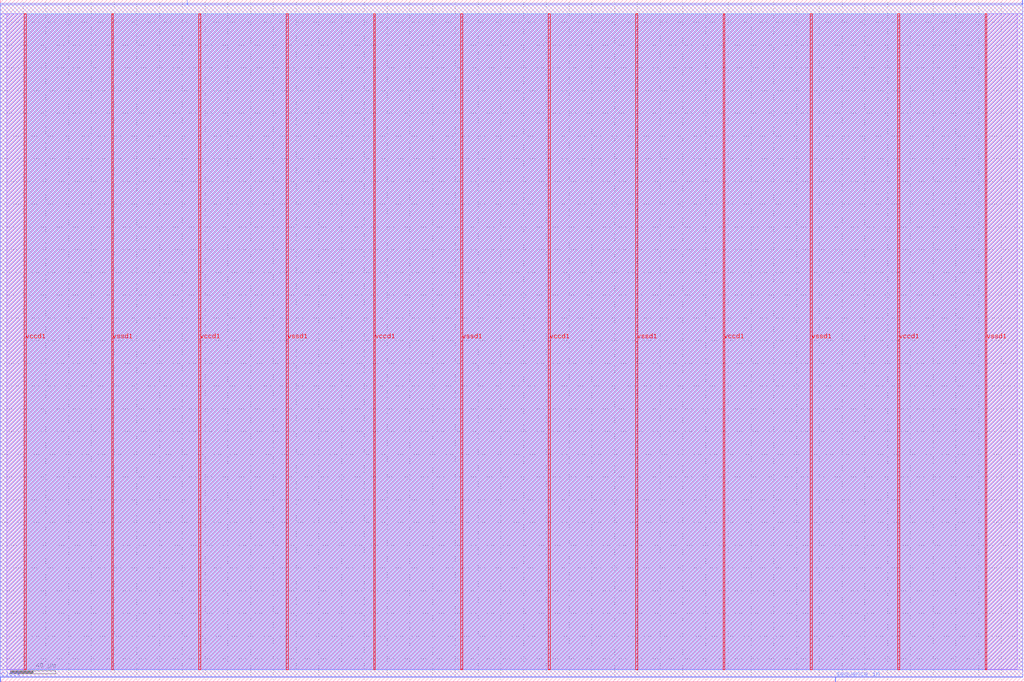
<source format=lef>
VERSION 5.7 ;
  NOWIREEXTENSIONATPIN ON ;
  DIVIDERCHAR "/" ;
  BUSBITCHARS "[]" ;
MACRO iiitb_sdm
  CLASS BLOCK ;
  FOREIGN iiitb_sdm ;
  ORIGIN 0.000 0.000 ;
  SIZE 900.000 BY 600.000 ;
  PIN clock
    DIRECTION INPUT ;
    USE SIGNAL ;
    PORT
      LAYER met2 ;
        RECT 0.090 0.000 0.370 4.000 ;
    END
  END clock
  PIN detector_out
    DIRECTION OUTPUT TRISTATE ;
    USE SIGNAL ;
    PORT
      LAYER met2 ;
        RECT 164.310 596.000 164.590 600.000 ;
    END
  END detector_out
  PIN reset
    DIRECTION INPUT ;
    USE SIGNAL ;
    PORT
      LAYER met2 ;
        RECT 898.470 596.000 898.750 600.000 ;
    END
  END reset
  PIN sequence_in
    DIRECTION INPUT ;
    USE SIGNAL ;
    PORT
      LAYER met2 ;
        RECT 734.250 0.000 734.530 4.000 ;
    END
  END sequence_in
  PIN vccd1
    DIRECTION INOUT ;
    USE POWER ;
    PORT
      LAYER met4 ;
        RECT 21.040 10.640 22.640 587.760 ;
    END
    PORT
      LAYER met4 ;
        RECT 174.640 10.640 176.240 587.760 ;
    END
    PORT
      LAYER met4 ;
        RECT 328.240 10.640 329.840 587.760 ;
    END
    PORT
      LAYER met4 ;
        RECT 481.840 10.640 483.440 587.760 ;
    END
    PORT
      LAYER met4 ;
        RECT 635.440 10.640 637.040 587.760 ;
    END
    PORT
      LAYER met4 ;
        RECT 789.040 10.640 790.640 587.760 ;
    END
  END vccd1
  PIN vssd1
    DIRECTION INOUT ;
    USE GROUND ;
    PORT
      LAYER met4 ;
        RECT 97.840 10.640 99.440 587.760 ;
    END
    PORT
      LAYER met4 ;
        RECT 251.440 10.640 253.040 587.760 ;
    END
    PORT
      LAYER met4 ;
        RECT 405.040 10.640 406.640 587.760 ;
    END
    PORT
      LAYER met4 ;
        RECT 558.640 10.640 560.240 587.760 ;
    END
    PORT
      LAYER met4 ;
        RECT 712.240 10.640 713.840 587.760 ;
    END
    PORT
      LAYER met4 ;
        RECT 865.840 10.640 867.440 587.760 ;
    END
  END vssd1
  OBS
      LAYER li1 ;
        RECT 5.520 10.795 894.240 587.605 ;
      LAYER met1 ;
        RECT 0.070 10.640 898.770 587.760 ;
      LAYER met2 ;
        RECT 0.100 595.720 164.030 596.770 ;
        RECT 164.870 595.720 898.190 596.770 ;
        RECT 0.100 4.280 898.740 595.720 ;
        RECT 0.650 4.000 733.970 4.280 ;
        RECT 734.810 4.000 898.740 4.280 ;
      LAYER met3 ;
        RECT 21.050 10.715 867.430 587.685 ;
  END
END iiitb_sdm
END LIBRARY


</source>
